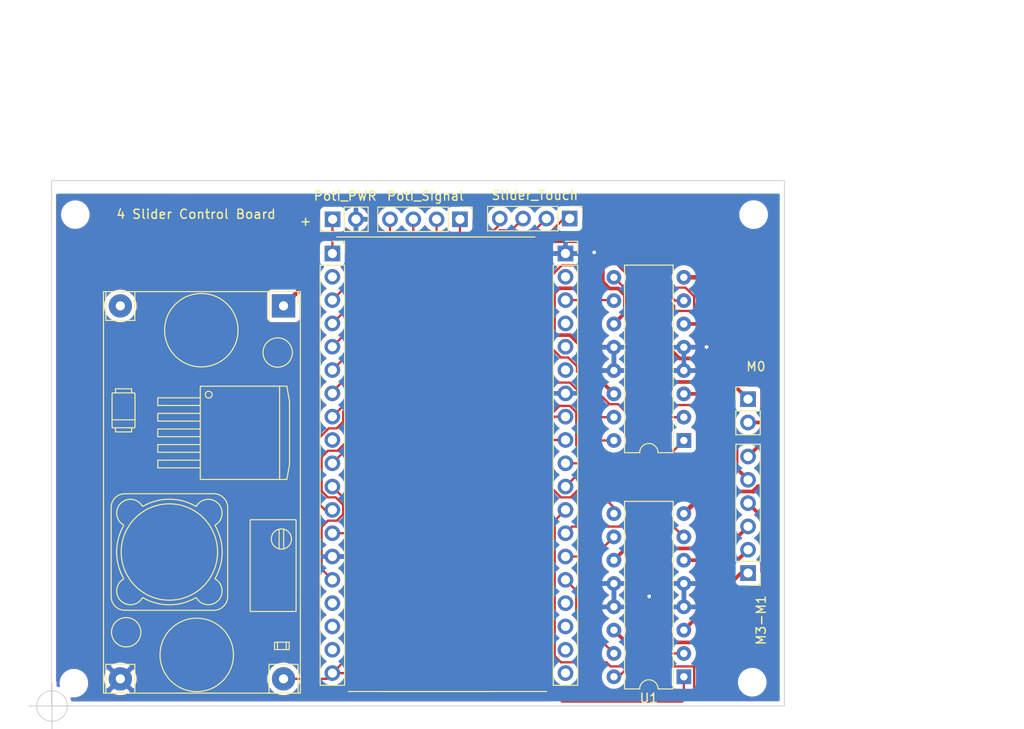
<source format=kicad_pcb>
(kicad_pcb (version 20211014) (generator pcbnew)
  (title_block (title "Slider") (rev "1.0"))
  (layers (0 "F.Cu" signal) (31 "B.Cu" signal) (34 "B.Paste" user) (35 "F.Paste" user) (36 "B.SilkS" user "B.Silkscreen") (37 "F.SilkS" user "F.Silkscreen") (38 "B.Mask" user) (39 "F.Mask" user) (44 "Edge.Cuts" user))
  (net 0 "")
  (net 1 "VCC")
  (net 2 "GND")
  (net 3 "Net-(J2-Pad1)")
  (net 4 "Net-(J2-Pad2)")
  (net 5 "Net-(J2-Pad3)")
  (net 6 "Net-(J2-Pad4)")
  (net 7 "Net-(J3-Pad1)")
  (net 8 "Net-(J3-Pad2)")
  (net 9 "Net-(J3-Pad3)")
  (net 10 "Net-(J3-Pad4)")
  (net 11 "Net-(J3-Pad5)")
  (net 12 "Net-(J3-Pad6)")
  (net 13 "Net-(J4-Pad1)")
  (net 14 "Net-(J4-Pad2)")
  (net 15 "VCCQ")
  (net 16 "/VCCM")
  (net 18 "Net-(U2-Pad13)")
  (net 19 "Net-(U2-Pad14)")
  (net 31 "Net-(U2-Pad33)")
  (net 33 "Net-(U3-PadEN1,2)")
  (net 34 "Net-(U3-PadI4)")
  (net 35 "Net-(U1-PadEN1,2)")
  (net 36 "Net-(U1-PadI1)")
  (net 37 "Net-(U1-PadI2)")
  (net 38 "Net-(U1-PadEN3,4)")
  (net 39 "Net-(U1-PadI3)")
  (net 40 "Net-(U1-PadI4)")
  (net 41 "Net-(U3-PadEN3,4)")
  (net 42 "Net-(U3-PadI1)")
  (net 43 "Net-(U2-Pad22)")
  (net 44 "Net-(U3-PadI2)")
  (net 45 "Net-(U2-Pad32)")
  (footprint "Connector_PinHeader_2.54mm:PinHeader_1x02_P2.54mm_Vertical" (layer "F.Cu") (at 102.616 119.375)
    (fp_text reference " " (at -2.29 0.695 90) (layer "F.SilkS"))
    (fp_text value "Motor4Out")
    (fp_line (start 1.33 1.27) (end 1.33 3.87) (layer "F.SilkS") (width 0.12))
    (fp_line (start -1.33 3.87) (end 1.33 3.87) (layer "F.SilkS") (width 0.12))
    (fp_line (start -1.33 -1.33) (end 0 -1.33) (layer "F.SilkS") (width 0.12))
    (fp_line (start -1.33 1.27) (end 1.33 1.27) (layer "F.SilkS") (width 0.12))
    (fp_line (start -1.33 1.27) (end -1.33 3.87) (layer "F.SilkS") (width 0.12))
    (fp_line (start -1.33 0) (end -1.33 -1.33) (layer "F.SilkS") (width 0.12))
    (pad "1" thru_hole rect (at 0 0) (size 1.7 1.7) (drill 1) (layers *.Cu *.Mask) (net 13 "Net-(J4-Pad1)"))
    (pad "2" thru_hole oval (at 0 2.54) (size 1.7 1.7) (drill 1) (layers *.Cu *.Mask) (net 14 "Net-(J4-Pad2)"))
  )
  (footprint "MountingHole:MountingHole_2.1mm" (layer "F.Cu") (at 103.2256 99.2632 180)
    (fp_text reference " " (at 0 -3.2) (layer "F.SilkS"))
    (fp_text value "MountingHole_2.1mm")
    (pad "" np_thru_hole circle (at 0 0 180) (size 2.1 2.1) (drill 2.1) (layers *.Cu *.Mask))
  )
  (footprint "Connector_PinHeader_2.54mm:PinHeader_1x02_P2.54mm_Vertical" (layer "F.Cu") (at 57.3532 99.7712 90)
    (fp_text reference " " (at -0.5 1.795) (layer "F.SilkS"))
    (fp_text value "FaderPWR")
    (fp_line (start -1.33 1.27) (end 1.33 1.27) (layer "F.SilkS") (width 0.12))
    (fp_line (start -1.33 -1.33) (end 0 -1.33) (layer "F.SilkS") (width 0.12))
    (fp_line (start 1.33 1.27) (end 1.33 3.87) (layer "F.SilkS") (width 0.12))
    (fp_line (start -1.33 1.27) (end -1.33 3.87) (layer "F.SilkS") (width 0.12))
    (fp_line (start -1.33 0) (end -1.33 -1.33) (layer "F.SilkS") (width 0.12))
    (fp_line (start -1.33 3.87) (end 1.33 3.87) (layer "F.SilkS") (width 0.12))
    (pad "1" thru_hole rect (at 0 0 90) (size 1.7 1.7) (drill 1) (layers *.Cu *.Mask) (net 1 "VCC"))
    (pad "2" thru_hole oval (at 0 2.54 90) (size 1.7 1.7) (drill 1) (layers *.Cu *.Mask) (net 2 "GND"))
  )
  (footprint "Connector_PinHeader_2.54mm:PinHeader_1x06_P2.54mm_Vertical" (layer "F.Cu") (at 102.62 138.32 180)
    (fp_text reference " " (at -2.29 6.475 270) (layer "F.SilkS"))
    (fp_text value "Motor13Out")
    (fp_line (start -1.33 1.27) (end -1.33 14.03) (layer "F.SilkS") (width 0.12))
    (fp_line (start -1.33 0) (end -1.33 -1.33) (layer "F.SilkS") (width 0.12))
    (fp_line (start 1.33 1.27) (end 1.33 14.03) (layer "F.SilkS") (width 0.12))
    (fp_line (start -1.33 1.27) (end 1.33 1.27) (layer "F.SilkS") (width 0.12))
    (fp_line (start -1.33 -1.33) (end 0 -1.33) (layer "F.SilkS") (width 0.12))
    (fp_line (start -1.33 14.03) (end 1.33 14.03) (layer "F.SilkS") (width 0.12))
    (pad "1" thru_hole rect (at 0 0 180) (size 1.7 1.7) (drill 1) (layers *.Cu *.Mask) (net 7 "Net-(J3-Pad1)"))
    (pad "2" thru_hole oval (at 0 2.54 180) (size 1.7 1.7) (drill 1) (layers *.Cu *.Mask) (net 8 "Net-(J3-Pad2)"))
    (pad "3" thru_hole oval (at 0 5.08 180) (size 1.7 1.7) (drill 1) (layers *.Cu *.Mask) (net 9 "Net-(J3-Pad3)"))
    (pad "4" thru_hole oval (at 0 7.62 180) (size 1.7 1.7) (drill 1) (layers *.Cu *.Mask) (net 10 "Net-(J3-Pad4)"))
    (pad "5" thru_hole oval (at 0 10.16 180) (size 1.7 1.7) (drill 1) (layers *.Cu *.Mask) (net 11 "Net-(J3-Pad5)"))
    (pad "6" thru_hole oval (at 0 12.7 180) (size 1.7 1.7) (drill 1) (layers *.Cu *.Mask) (net 12 "Net-(J3-Pad6)"))
  )
  (footprint "Package_DIP:DIP-16_W7.62mm" (layer "F.Cu") (at 95.62 123.875 180)
    (fp_text reference " " (at 3.81 20.185) (layer "F.SilkS"))
    (fp_text value "MC34")
    (fp_line (start 2.81 -1.33) (end 1.16 -1.33) (layer "F.SilkS") (width 0.12))
    (fp_line (start 1.16 19.11) (end 6.46 19.11) (layer "F.SilkS") (width 0.12))
    (fp_line (start 6.46 -1.33) (end 4.81 -1.33) (layer "F.SilkS") (width 0.12))
    (fp_line (start 1.16 -1.33) (end 1.16 19.11) (layer "F.SilkS") (width 0.12))
    (fp_line (start 6.46 19.11) (end 6.46 -1.33) (layer "F.SilkS") (width 0.12))
    (fp_arc (start 4.81 -1.33) (mid 3.81 -0.33) (end 2.81 -1.33) (layer "F.SilkS") (width 0.12))
    (pad "8" thru_hole oval (at 0 17.78 180) (size 1.6 1.6) (drill 0.8) (layers *.Cu *.Mask) (net 16 "/VCCM"))
    (pad "16" thru_hole oval (at 7.62 0 180) (size 1.6 1.6) (drill 0.8) (layers *.Cu *.Mask) (net 15 "VCCQ"))
    (pad "EN1,2" thru_hole rect (at 0 0 180) (size 1.6 1.6) (drill 0.8) (layers *.Cu *.Mask) (net 33 "Net-(U3-PadEN1,2)"))
    (pad "EN3,4" thru_hole oval (at 7.62 17.78 180) (size 1.6 1.6) (drill 0.8) (layers *.Cu *.Mask) (net 41 "Net-(U3-PadEN3,4)"))
    (pad "GND" thru_hole oval (at 0 10.16 180) (size 1.6 1.6) (drill 0.8) (layers *.Cu *.Mask) (net 2 "GND"))
    (pad "GND" thru_hole oval (at 7.62 7.62 180) (size 1.6 1.6) (drill 0.8) (layers *.Cu *.Mask) (net 2 "GND"))
    (pad "GND" thru_hole oval (at 7.62 10.16 180) (size 1.6 1.6) (drill 0.8) (layers *.Cu *.Mask) (net 2 "GND"))
    (pad "GND" thru_hole oval (at 0 7.62 180) (size 1.6 1.6) (drill 0.8) (layers *.Cu *.Mask) (net 2 "GND"))
    (pad "I1" thru_hole oval (at 0 2.54 180) (size 1.6 1.6) (drill 0.8) (layers *.Cu *.Mask) (net 42 "Net-(U3-PadI1)"))
    (pad "I2" thru_hole oval (at 0 15.24 180) (size 1.6 1.6) (drill 0.8) (layers *.Cu *.Mask) (net 44 "Net-(U3-PadI2)"))
    (pad "I3" thru_hole oval (at 7.62 15.24 180) (size 1.6 1.6) (drill 0.8) (layers *.Cu *.Mask) (net 43 "Net-(U2-Pad22)"))
    (pad "I4" thru_hole oval (at 7.62 2.54 180) (size 1.6 1.6) (drill 0.8) (layers *.Cu *.Mask) (net 34 "Net-(U3-PadI4)"))
    (pad "O1" thru_hole oval (at 0 5.08 180) (size 1.6 1.6) (drill 0.8) (layers *.Cu *.Mask) (net 11 "Net-(J3-Pad5)"))
    (pad "O2" thru_hole oval (at 0 12.7 180) (size 1.6 1.6) (drill 0.8) (layers *.Cu *.Mask) (net 12 "Net-(J3-Pad6)"))
    (pad "O3" thru_hole oval (at 7.62 12.7 180) (size 1.6 1.6) (drill 0.8) (layers *.Cu *.Mask) (net 13 "Net-(J4-Pad1)"))
    (pad "O4" thru_hole oval (at 7.62 5.08 180) (size 1.6 1.6) (drill 0.8) (layers *.Cu *.Mask) (net 14 "Net-(J4-Pad2)"))
  )
  (footprint "Library:ESP32" (layer "F.Cu") (at 70.025 100.96)
    (fp_text reference " " (at 14.71 1.24) (layer "F.SilkS"))
    (fp_text value "esp32_38_pins-custom_library")
    (fp_line (start 14.03 1.21) (end 14.03 2.54) (layer "F.SilkS") (width 0.12))
    (fp_line (start 11.37 3.81) (end 11.37 49.59) (layer "F.SilkS") (width 0.12))
    (fp_line (start -11.37 3.81) (end -11.37 49.59) (layer "F.SilkS") (width 0.12))
    (fp_line (start -12.7 1.21) (end -11.37 1.21) (layer "F.SilkS") (width 0.12))
    (fp_line (start -7.14 50.27) (end 10.64 50.27) (layer "F.SilkS") (width 0.12))
    (fp_line (start 4.29 0.74) (end -12.22 0.74) (layer "F.SilkS") (width 0.12))
    (fp_line (start 11.37 49.59) (end 14.03 49.59) (layer "F.SilkS") (width 0.12))
    (fp_line (start -14.03 49.59) (end -11.37 49.59) (layer "F.SilkS") (width 0.12))
    (fp_line (start 4.29 50.27) (end -10.95 50.27) (layer "F.SilkS") (width 0.12))
    (fp_line (start 11.37 3.81) (end 14.03 3.81) (layer "F.SilkS") (width 0.12))
    (fp_line (start -11.37 1.21) (end -11.37 2.54) (layer "F.SilkS") (width 0.12))
    (fp_line (start 14.03 3.81) (end 14.03 49.59) (layer "F.SilkS") (width 0.12))
    (fp_line (start 12.7 1.21) (end 14.03 1.21) (layer "F.SilkS") (width 0.12))
    (fp_line (start -14.03 3.81) (end -14.03 49.59) (layer "F.SilkS") (width 0.12))
    (fp_line (start -7.14 0.74) (end 9.37 0.74) (layer "F.SilkS") (width 0.12))
    (fp_line (start -14.03 3.81) (end -11.37 3.81) (layer "F.SilkS") (width 0.12))
    (pad "0" thru_hole oval (at 12.7 35.56) (size 1.7 1.7) (drill 1) (layers *.Cu *.Mask) (net 39 "Net-(U1-PadI3)"))
    (pad "2" thru_hole oval (at 12.7 38.1) (size 1.7 1.7) (drill 1) (layers *.Cu *.Mask) (net 40 "Net-(U1-PadI4)"))
    (pad "3v3" thru_hole rect (at -12.7 2.54) (size 1.7 1.7) (drill 1) (layers *.Cu *.Mask) (net 1 "VCC"))
    (pad "4" thru_hole oval (at 12.7 33.02) (size 1.7 1.7) (drill 1) (layers *.Cu *.Mask) (net 37 "Net-(U1-PadI2)"))
    (pad "5" thru_hole oval (at 12.7 25.4) (size 1.7 1.7) (drill 1) (layers *.Cu *.Mask) (net 33 "Net-(U3-PadEN1,2)"))
    (pad "12" thru_hole oval (at -12.7 33.02) (size 1.7 1.7) (drill 1) (layers *.Cu *.Mask) (net 34 "Net-(U3-PadI4)"))
    (pad "13" thru_hole oval (at -12.7 38.1) (size 1.7 1.7) (drill 1) (layers *.Cu *.Mask) (net 18 "Net-(U2-Pad13)"))
    (pad "14" thru_hole oval (at -12.7 30.48) (size 1.7 1.7) (drill 1) (layers *.Cu *.Mask) (net 19 "Net-(U2-Pad14)"))
    (pad "15" thru_hole oval (at 12.7 40.64) (size 1.7 1.7) (drill 1) (layers *.Cu *.Mask))
    (pad "16" thru_hole oval (at 12.7 30.48) (size 1.7 1.7) (drill 1) (layers *.Cu *.Mask) (net 36 "Net-(U1-PadI1)"))
    (pad "17" thru_hole oval (at 12.7 27.94) (size 1.7 1.7) (drill 1) (layers *.Cu *.Mask) (net 41 "Net-(U3-PadEN3,4)"))
    (pad "18" thru_hole oval (at 12.7 22.86) (size 1.7 1.7) (drill 1) (layers *.Cu *.Mask) (net 38 "Net-(U1-PadEN3,4)"))
    (pad "19" thru_hole oval (at 12.7 20.32) (size 1.7 1.7) (drill 1) (layers *.Cu *.Mask) (net 35 "Net-(U1-PadEN1,2)"))
    (pad "21" thru_hole oval (at 12.7 15.24) (size 1.7 1.7) (drill 1) (layers *.Cu *.Mask))
    (pad "22" thru_hole oval (at 12.7 7.62) (size 1.7 1.7) (drill 1) (layers *.Cu *.Mask) (net 43 "Net-(U2-Pad22)"))
    (pad "23" thru_hole oval (at 12.7 5.08) (size 1.7 1.7) (drill 1) (layers *.Cu *.Mask))
    (pad "25" thru_hole oval (at -12.7 22.86) (size 1.7 1.7) (drill 1) (layers *.Cu *.Mask))
    (pad "26" thru_hole oval (at -12.7 25.4) (size 1.7 1.7) (drill 1) (layers *.Cu *.Mask) (net 42 "Net-(U3-PadI1)"))
    (pad "27" thru_hole oval (at -12.7 27.94) (size 1.7 1.7) (drill 1) (layers *.Cu *.Mask) (net 44 "Net-(U3-PadI2)"))
    (pad "32" thru_hole oval (at -12.7 17.78) (size 1.7 1.7) (drill 1) (layers *.Cu *.Mask) (net 45 "Net-(U2-Pad32)"))
    (pad "33" thru_hole oval (at -12.7 20.32) (size 1.7 1.7) (drill 1) (layers *.Cu *.Mask) (net 31 "Net-(U2-Pad33)"))
    (pad "34" thru_hole oval (at -12.7 12.7) (size 1.7 1.7) (drill 1) (layers *.Cu *.Mask) (net 4 "Net-(J2-Pad2)"))
    (pad "35" thru_hole oval (at -12.7 15.24) (size 1.7 1.7) (drill 1) (layers *.Cu *.Mask) (net 3 "Net-(J2-Pad1)"))
    (pad "CLK" thru_hole oval (at 12.7 48.26) (size 1.7 1.7) (drill 1) (layers *.Cu *.Mask))
    (pad "CMD" thru_hole oval (at -12.7 45.72) (size 1.7 1.7) (drill 1) (layers *.Cu *.Mask))
    (pad "EN" thru_hole oval (at -12.7 5.08) (size 1.7 1.7) (drill 1) (layers *.Cu *.Mask))
    (pad "GND" thru_hole oval (at 12.7 17.78) (size 1.7 1.7) (drill 1) (layers *.Cu *.Mask) (net 2 "GND"))
    (pad "GND" thru_hole oval (at -12.7 35.56) (size 1.7 1.7) (drill 1) (layers *.Cu *.Mask) (net 2 "GND"))
    (pad "GND" thru_hole rect (at 12.7 2.54) (size 1.7 1.7) (drill 1) (layers *.Cu *.Mask) (net 2 "GND"))
    (pad "RXD" thru_hole oval (at 12.7 12.7) (size 1.7 1.7) (drill 1) (layers *.Cu *.Mask))
    (pad "SD0" thru_hole oval (at 12.7 45.72) (size 1.7 1.7) (drill 1) (layers *.Cu *.Mask))
    (pad "SD1" thru_hole oval (at 12.7 43.18) (size 1.7 1.7) (drill 1) (layers *.Cu *.Mask))
    (pad "SD2" thru_hole oval (at -12.7 40.64) (size 1.7 1.7) (drill 1) (layers *.Cu *.Mask))
    (pad "SD3" thru_hole oval (at -12.7 43.18) (size 1.7 1.7) (drill 1) (layers *.Cu *.Mask))
    (pad "SN" thru_hole oval (at -12.7 10.16) (size 1.7 1.7) (drill 1) (layers *.Cu *.Mask) (net 5 "Net-(J2-Pad3)"))
    (pad "SP" thru_hole oval (at -12.7 7.62) (size 1.7 1.7) (drill 1) (layers *.Cu *.Mask) (net 6 "Net-(J2-Pad4)"))
    (pad "TXD" thru_hole oval (at 12.7 10.16) (size 1.7 1.7) (drill 1) (layers *.Cu *.Mask))
    (pad "V5" thru_hole oval (at -12.7 48.26) (size 1.7 1.7) (drill 1) (layers *.Cu *.Mask) (net 15 "VCCQ"))
  )
  (footprint "Connector_PinHeader_2.54mm:PinHeader_1x04_P2.54mm_Vertical" (layer "F.Cu") (at 83.185 99.695 -90)
    (fp_text reference " " (at 0 -2.33 90) (layer "F.SilkS"))
    (fp_text value "FaderTouch")
    (fp_line (start -1.33 1.27) (end -1.33 8.95) (layer "F.SilkS") (width 0.12))
    (fp_line (start -1.33 0) (end -1.33 -1.33) (layer "F.SilkS") (width 0.12))
    (fp_line (start -1.33 8.95) (end 1.33 8.95) (layer "F.SilkS") (width 0.12))
    (fp_line (start 1.33 1.27) (end 1.33 8.95) (layer "F.SilkS") (width 0.12))
    (fp_line (start -1.33 1.27) (end 1.33 1.27) (layer "F.SilkS") (width 0.12))
    (fp_line (start -1.33 -1.33) (end 0 -1.33) (layer "F.SilkS") (width 0.12))
    (pad "1" thru_hole rect (at 0 0 270) (size 1.7 1.7) (drill 1) (layers *.Cu *.Mask) (net 18 "Net-(U2-Pad13)"))
    (pad "2" thru_hole oval (at 0 2.54 270) (size 1.7 1.7) (drill 1) (layers *.Cu *.Mask) (net 19 "Net-(U2-Pad14)"))
    (pad "3" thru_hole oval (at 0 5.08 270) (size 1.7 1.7) (drill 1) (layers *.Cu *.Mask) (net 31 "Net-(U2-Pad33)"))
    (pad "4" thru_hole oval (at 0 7.62 270) (size 1.7 1.7) (drill 1) (layers *.Cu *.Mask) (net 45 "Net-(U2-Pad32)"))
  )
  (footprint "Connector_PinHeader_2.54mm:PinHeader_1x04_P2.54mm_Vertical" (layer "F.Cu") (at 71.2216 99.7712 -90)
    (fp_text reference " " (at -0.2288 -4.5904) (layer "F.SilkS"))
    (fp_text value "FaderSignal")
    (fp_line (start 1.33 1.27) (end 1.33 8.95) (layer "F.SilkS") (width 0.12))
    (fp_line (start -1.33 8.95) (end 1.33 8.95) (layer "F.SilkS") (width 0.12))
    (fp_line (start -1.33 0) (end -1.33 -1.33) (layer "F.SilkS") (width 0.12))
    (fp_line (start -1.33 1.27) (end 1.33 1.27) (layer "F.SilkS") (width 0.12))
    (fp_line (start -1.33 -1.33) (end 0 -1.33) (layer "F.SilkS") (width 0.12))
    (fp_line (start -1.33 1.27) (end -1.33 8.95) (layer "F.SilkS") (width 0.12))
    (pad "1" thru_hole rect (at 0 0 270) (size 1.7 1.7) (drill 1) (layers *.Cu *.Mask) (net 3 "Net-(J2-Pad1)"))
    (pad "2" thru_hole oval (at 0 2.54 270) (size 1.7 1.7) (drill 1) (layers *.Cu *.Mask) (net 4 "Net-(J2-Pad2)"))
    (pad "3" thru_hole oval (at 0 5.08 270) (size 1.7 1.7) (drill 1) (layers *.Cu *.Mask) (net 5 "Net-(J2-Pad3)"))
    (pad "4" thru_hole oval (at 0 7.62 270) (size 1.7 1.7) (drill 1) (layers *.Cu *.Mask) (net 6 "Net-(J2-Pad4)"))
  )
  (footprint "MountingHole:MountingHole_2.1mm" (layer "F.Cu") (at 103.0732 150.2156)
    (fp_text reference " " (at 0 -3.2) (layer "F.SilkS"))
    (fp_text value "MountingHole_2.1mm")
    (pad "" np_thru_hole circle (at 0 0) (size 2.1 2.1) (drill 2.1) (layers *.Cu *.Mask))
  )
  (footprint "MountingHole:MountingHole_2.1mm" (layer "F.Cu") (at 29.1592 150.3172)
    (fp_text reference " " (at 0 -3.2) (layer "F.SilkS"))
    (fp_text value "MountingHole_2.1mm")
    (pad "" np_thru_hole circle (at 0 0) (size 2.1 2.1) (drill 2.1) (layers *.Cu *.Mask))
  )
  (footprint "buckconv:YAAJ_DCDC_StepDown_LM2596" (layer "F.Cu") (at 52 109.21 -90)
    (fp_text reference " " (at 21.59 -3.81 90) (layer "F.SilkS"))
    (fp_text value "YAAJ_DCDC_StepDown_LM2596")
    (fp_line (start 12.550233 13.69667) (end 12.550233 9.06667) (layer "F.SilkS") (width 0.12))
    (fp_line (start 13.281636 16.283217) (end 13.281636 18.583217) (layer "F.SilkS") (width 0.12))
    (fp_line (start 13.731636 18.308217) (end 13.281636 18.308217) (layer "F.SilkS") (width 0.12))
    (fp_line (start -1.55 19.36) (end 1.58 19.36) (layer "F.SilkS") (width 0.12))
    (fp_line (start 10.850233 13.69667) (end 10.850233 9.06667) (layer "F.SilkS") (width 0.12))
    (fp_line (start -1.55 16.2) (end 1.58 16.2) (layer "F.SilkS") (width 0.12))
    (fp_line (start -1.555 19.615) (end 42.195 19.615) (layer "F.SilkS") (width 0.12))
    (fp_line (start 33.167397 17.285796) (end 33.167397 7.585796) (layer "F.SilkS") (width 0.12))
    (fp_line (start 13.281636 16.558217) (end 13.731636 16.558217) (layer "F.SilkS") (width 0.12))
    (fp_line (start 13.410233 13.69667) (end 14.250233 13.69667) (layer "F.SilkS") (width 0.12))
    (fp_line (start 9.481636 18.308217) (end 9.031636 18.308217) (layer "F.SilkS") (width 0.12))
    (fp_line (start 13.731636 16.558217) (end 13.731636 18.308217) (layer "F.SilkS") (width 0.12))
    (fp_line (start 23.299783 3.582294) (end 23.299783 -1.317705) (layer "F.SilkS") (width 0.12))
    (fp_line (start 39.06 1.58) (end 39.06 -1.58) (layer "F.SilkS") (width 0.12))
    (fp_line (start 24.360553 0.482294) (end 26.439014 0.482294) (layer "F.SilkS") (width 0.12))
    (fp_line (start 9.481636 18.583217) (end 9.481636 16.283217) (layer "F.SilkS") (width 0.12))
    (fp_line (start 31.942312 -1.368705) (end 31.908357 -1.368705) (layer "F.SilkS") (width 0.12))
    (fp_line (start 39.06 19.36) (end 39.06 16.2) (layer "F.SilkS") (width 0.12))
    (fp_line (start 11.710233 13.69667) (end 11.710233 9.06667) (layer "F.SilkS") (width 0.12))
    (fp_line (start 42.195 19.615) (end 42.195 -1.835) (layer "F.SilkS") (width 0.12))
    (fp_line (start 18.910233 0.42667) (end 8.750233 0.42667) (layer "F.SilkS") (width 0.12))
    (fp_line (start 9.031636 18.308217) (end 9.031636 16.558217) (layer "F.SilkS") (width 0.12))
    (fp_line (start 37.448681 -0.619704) (end 37.448681 0.980295) (layer "F.SilkS") (width 0.12))
    (fp_line (start 9.031636 16.558217) (end 9.481636 16.558217) (layer "F.SilkS") (width 0.12))
    (fp_line (start 1.58 1.27) (end 1.58 1.58) (layer "F.SilkS") (width 0.12))
    (fp_line (start 13.410233 13.69667) (end 13.410233 9.06667) (layer "F.SilkS") (width 0.12))
    (fp_line (start 36.648681 -0.299704) (end 37.448681 -0.299704) (layer "F.SilkS") (width 0.12))
    (fp_line (start 14.250233 13.69667) (end 14.250233 9.06667) (layer "F.SilkS") (width 0.12))
    (fp_line (start 20.467397 7.585796) (end 20.467397 17.285796) (layer "F.SilkS") (width 0.12))
    (fp_line (start 39.06 19.36) (end 42.175 19.36) (layer "F.SilkS") (width 0.12))
    (fp_line (start -1.555 -1.835) (end -1.555 19.615) (layer "F.SilkS") (width 0.12))
    (fp_line (start 10.010233 13.69667) (end 10.010233 9.06667) (layer "F.SilkS") (width 0.12))
    (fp_line (start 17.650233 13.69667) (end 17.650233 9.06667) (layer "F.SilkS") (width 0.12))
    (fp_line (start 21.967397 18.785796) (end 31.667397 18.785796) (layer "F.SilkS") (width 0.12))
    (fp_line (start 16.810233 13.69667) (end 16.810233 9.06667) (layer "F.SilkS") (width 0.12))
    (fp_line (start 31.667397 6.085796) (end 21.967397 6.085796) (layer "F.SilkS") (width 0.12))
    (fp_line (start 17.260233 -0.653329) (end 18.910233 -0.36239) (layer "F.SilkS") (width 0.12))
    (fp_line (start 8.750233 8.989106) (end 8.827797 9.06667) (layer "F.SilkS") (width 0.12))
    (fp_line (start 12.411358 16.283217) (end 12.411358 18.583217) (layer "F.SilkS") (width 0.12))
    (fp_line (start 31.858978 -1.368705) (end 31.814106 -1.368705) (layer "F.SilkS") (width 0.12))
    (fp_line (start 10.010233 13.69667) (end 10.850233 13.69667) (layer "F.SilkS") (width 0.12))
    (fp_line (start 11.710233 13.69667) (end 12.550233 13.69667) (layer "F.SilkS") (width 0.12))
    (fp_line (start 10.400233 -0.653329) (end 17.260233 -0.653329) (layer "F.SilkS") (width 0.12))
    (fp_line (start 24.348594 0.007294) (end 24.355764 -0.023925) (layer "F.SilkS") (width 0.12))
    (fp_line (start 36.648681 0.980295) (end 36.648681 -0.619704) (layer "F.SilkS") (width 0.12))
    (fp_line (start 18.83267 9.06667) (end 18.910233 8.989106) (layer "F.SilkS") (width 0.12))
    (fp_line (start 39.06 -1.58) (end 42.175 -1.58) (layer "F.SilkS") (width 0.12))
    (fp_line (start 23.349783 -1.367705) (end 33.249783 -1.367705) (layer "F.SilkS") (width 0.12))
    (fp_line (start 37.448681 0.980295) (end 36.648681 0.980295) (layer "F.SilkS") (width 0.12))
    (fp_line (start 33.249783 3.632294) (end 23.349783 3.632294) (layer "F.SilkS") (width 0.12))
    (fp_line (start 8.750233 -0.36239) (end 10.400233 -0.653329) (layer "F.SilkS") (width 0.12))
    (fp_line (start -1.55 1.575) (end 1.58 1.58) (layer "F.SilkS") (width 0.12))
    (fp_line (start 8.749233 1.004149) (end 8.749233 1.165687) (layer "F.SilkS") (width 0.12))
    (fp_line (start 15.110233 13.69667) (end 15.110233 9.06667) (layer "F.SilkS") (width 0.12))
    (fp_line (start 9.581636 16.183217) (end 13.181636 16.183217) (layer "F.SilkS") (width 0.12))
    (fp_line (start 42.195 -1.835) (end -1.555 -1.835) (layer "F.SilkS") (width 0.12))
    (fp_line (start 15.110233 13.69667) (end 15.950233 13.69667) (layer "F.SilkS") (width 0.12))
    (fp_line (start 24.348594 0.007294) (end 24.324147 0.002062) (layer "F.SilkS") (width 0.12))
    (fp_line (start 13.282636 16.794696) (end 13.282636 16.700144) (layer "F.SilkS") (width 0.12))
    (fp_line (start 39.06 1.58) (end 42.22 1.58) (layer "F.SilkS") (width 0.12))
    (fp_line (start 1.58 16.2) (end 1.58 19.36) (layer "F.SilkS") (width 0.12))
    (fp_line (start 26.439014 -0.017705) (end 24.360553 -0.017705) (layer "F.SilkS") (width 0.12))
    (fp_line (start 37.448681 0.660295) (end 36.648681 0.660295) (layer "F.SilkS") (width 0.12))
    (fp_line (start 24.348594 0.007294) (end 24.360553 -0.017705) (layer "F.SilkS") (width 0.12))
    (fp_line (start 39.06 16.2) (end 42.175 16.2) (layer "F.SilkS") (width 0.12))
    (fp_line (start 8.827797 9.06667) (end 18.83267 9.06667) (layer "F.SilkS") (width 0.12))
    (fp_line (start 37.448681 -0.619704) (end 36.648681 -0.619704) (layer "F.SilkS") (width 0.12))
    (fp_line (start 16.810233 13.69667) (end 17.650233 13.69667) (layer "F.SilkS") (width 0.12))
    (fp_line (start 18.910233 8.989106) (end 18.910233 -0.36239) (layer "F.SilkS") (width 0.12))
    (fp_line (start 33.299783 -1.317705) (end 33.299783 3.582294) (layer "F.SilkS") (width 0.12))
    (fp_line (start -1.55 -1.58) (end -0.25 -1.58) (layer "F.SilkS") (width 0.12))
    (fp_line (start 15.950233 13.69667) (end 15.950233 9.06667) (layer "F.SilkS") (width 0.12))
    (fp_line (start 24.336385 -0.0491) (end 24.360553 -0.017705) (layer "F.SilkS") (width 0.12))
    (fp_line (start 13.181636 18.683217) (end 9.581636 18.683217) (layer "F.SilkS") (width 0.12))
    (fp_line (start 8.750233 8.989106) (end 8.750233 -0.36239) (layer "F.SilkS") (width 0.12))
    (fp_arc (start 23.847611 17.472062) (mid 21.514153 17.739048) (end 21.781132 15.405582) (layer "F.SilkS") (width 0.12))
    (fp_arc (start 13.181636 16.183217) (mid 13.252317 16.21252) (end 13.281636 16.283217) (layer "F.SilkS") (width 0.12))
    (fp_arc (start 21.781132 9.466011) (mid 21.514101 7.132501) (end 23.847611 7.399531) (layer "F.SilkS") (width 0.12))
    (fp_arc (start 23.981784 7.433617) (mid 26.817398 6.685796) (end 29.653011 7.433617) (layer "F.SilkS") (width 0.12))
    (fp_arc (start 9.581636 18.683217) (mid 9.510896 18.653941) (end 9.481636 18.583217) (layer "F.SilkS") (width 0.12))
    (fp_arc (start 21.815218 15.27141) (mid 21.067399 12.435797) (end 21.815218 9.600183) (layer "F.SilkS") (width 0.12))
    (fp_arc (start 21.967397 18.785796) (mid 20.90674 18.346455) (end 20.467397 17.285796) (layer "F.SilkS") (width 0.12))
    (fp_arc (start 31.819577 9.600184) (mid 31.809685 9.526255) (end 31.853662 9.466011) (layer "F.SilkS") (width 0.12))
    (fp_arc (start 21.815217 15.271409) (mid 21.825126 15.345337) (end 21.781132 15.405582) (layer "F.SilkS") (width 0.12))
    (fp_arc (start 23.349783 3.632294) (mid 23.314441 3.617643) (end 23.299783 3.582294) (layer "F.SilkS") (width 0.12))
    (fp_arc (start 23.981783 7.433617) (mid 23.907854 7.443509) (end 23.847611 7.399531) (layer "F.SilkS") (width 0.12))
    (fp_arc (start 33.167397 17.285796) (mid 32.728058 18.346458) (end 31.667397 18.785796) (layer "F.SilkS") (width 0.12))
    (fp_arc (start 31.853663 15.405583) (mid 31.809646 15.345344) (end 31.819576 15.27141) (layer "F.SilkS") (width 0.12))
    (fp_arc (start 23.299783 -1.317705) (mid 23.314428 -1.353063) (end 23.349783 -1.367705) (layer "F.SilkS") (width 0.12))
    (fp_arc (start 33.299783 3.582294) (mid 33.285139 3.617647) (end 33.249783 3.632294) (layer "F.SilkS") (width 0.12))
    (fp_arc (start 33.249783 -1.367705) (mid 33.285151 -1.353067) (end 33.299783 -1.317705) (layer "F.SilkS") (width 0.12))
    (fp_arc (start 31.667397 6.085796) (mid 32.728061 6.525135) (end 33.167397 7.585796) (layer "F.SilkS") (width 0.12))
    (fp_arc (start 23.847611 17.472062) (mid 23.90785 17.428041) (end 23.981783 17.437976) (layer "F.SilkS") (width 0.12))
    (fp_arc (start 29.787183 7.399531) (mid 29.726945 7.443551) (end 29.653011 7.433617) (layer "F.SilkS") (width 0.12))
    (fp_arc (start 31.819576 9.600183) (mid 32.567399 12.435797) (end 31.819576 15.27141) (layer "F.SilkS") (width 0.12))
    (fp_arc (start 29.653011 17.437976) (mid 29.726938 17.428069) (end 29.787183 17.472062) (layer "F.SilkS") (width 0.12))
    (fp_arc (start 13.281636 18.583217) (mid 13.252343 18.653929) (end 13.181636 18.683217) (layer "F.SilkS") (width 0.12))
    (fp_arc (start 21.781131 9.46601) (mid 21.825179 9.52623) (end 21.815218 9.600183) (layer "F.SilkS") (width 0.12))
    (fp_arc (start 9.481636 16.283217) (mid 9.510921 16.212508) (end 9.581636 16.183217) (layer "F.SilkS") (width 0.12))
    (fp_arc (start 20.467397 7.585796) (mid 20.906738 6.525137) (end 21.967397 6.085796) (layer "F.SilkS") (width 0.12))
    (fp_arc (start 31.853662 15.405582) (mid 32.120701 17.739101) (end 29.787183 17.472062) (layer "F.SilkS") (width 0.12))
    (fp_arc (start 29.787183 7.399531) (mid 32.120655 7.132547) (end 31.853662 9.466011) (layer "F.SilkS") (width 0.12))
    (fp_arc (start 29.653011 17.437976) (mid 26.817397 18.185797) (end 23.981783 17.437976) (layer "F.SilkS") (width 0.12))
    (fp_arc (start 24.324148 0.462527) (mid 26.469639 -0.023582) (end 24.336385 0.51369) (layer "F.SilkS") (width 0.12))
    (fp_circle (center 26.817397 12.435796) (end 32.067397 12.435796) (layer "F.SilkS") (width 0.12) (fill none))
    (fp_circle (center 2.646666 8.957418) (end 6.646666 8.957418) (layer "F.SilkS") (width 0.12) (fill none))
    (fp_circle (center 9.673179 8.154594) (end 10.048179 8.154594) (layer "F.SilkS") (width 0.12) (fill none))
    (fp_circle (center 35.56 17.145) (end 37.159 17.145) (layer "F.SilkS") (width 0.12) (fill none))
    (fp_circle (center 38.029307 9.455206) (end 42.029307 9.455206) (layer "F.SilkS") (width 0.12) (fill none))
    (fp_circle (center 5.08 0.635) (end 6.678999 0.635) (layer "F.SilkS") (width 0.12) (fill none))
    (pad "1" thru_hole rect locked (at 0 0 270) (size 2.54 2.54) (drill 1) (layers *.Cu *.Mask) (net 16 "/VCCM"))
    (pad "2" thru_hole circle locked (at 0 17.78 270) (size 2.54 2.54) (drill 1) (layers *.Cu *.Mask))
    (pad "3" thru_hole circle locked (at 40.64 17.78 270) (size 2.54 2.54) (drill 1) (layers *.Cu *.Mask) (net 2 "GND"))
    (pad "4" thru_hole circle locked (at 40.64 0 270) (size 2.54 2.54) (drill 1) (layers *.Cu *.Mask) (net 15 "VCCQ"))
  )
  (footprint "Package_DIP:DIP-16_W7.62mm" (layer "F.Cu") (at 95.62 149.62 180)
    (fp_text reference "U1" (at 3.81 -2.33) (layer "F.SilkS"))
    (fp_text value "MC12")
    (fp_line (start 1.16 -1.33) (end 1.16 19.11) (layer "F.SilkS") (width 0.12))
    (fp_line (start 6.46 -1.33) (end 4.81 -1.33) (layer "F.SilkS") (width 0.12))
    (fp_line (start 1.16 19.11) (end 6.46 19.11) (layer "F.SilkS") (width 0.12))
    (fp_line (start 2.81 -1.33) (end 1.16 -1.33) (layer "F.SilkS") (width 0.12))
    (fp_line (start 6.46 19.11) (end 6.46 -1.33) (layer "F.SilkS") (width 0.12))
    (fp_arc (start 4.81 -1.33) (mid 3.81 -0.33) (end 2.81 -1.33) (layer "F.SilkS") (width 0.12))
    (pad "8" thru_hole oval (at 0 17.78 180) (size 1.6 1.6) (drill 0.8) (layers *.Cu *.Mask) (net 16 "/VCCM"))
    (pad "16" thru_hole oval (at 7.62 0 180) (size 1.6 1.6) (drill 0.8) (layers *.Cu *.Mask) (net 15 "VCCQ"))
    (pad "EN1,2" thru_hole rect (at 0 0 180) (size 1.6 1.6) (drill 0.8) (layers *.Cu *.Mask) (net 35 "Net-(U1-PadEN1,2)"))
    (pad "EN3,4" thru_hole oval (at 7.62 17.78 180) (size 1.6 1.6) (drill 0.8) (layers *.Cu *.Mask) (net 38 "Net-(U1-PadEN3,4)"))
    (pad "GND" thru_hole oval (at 7.62 7.62 180) (size 1.6 1.6) (drill 0.8) (layers *.Cu *.Mask) (net 2 "GND"))
    (pad "GND" thru_hole oval (at 0 7.62 180) (size 1.6 1.6) (drill 0.8) (layers *.Cu *.Mask) (net 2 "GND"))
    (pad "GND" thru_hole oval (at 7.62 10.16 180) (size 1.6 1.6) (drill 0.8) (layers *.Cu *.Mask) (net 2 "GND"))
    (pad "GND" thru_hole oval (at 0 10.16 180) (size 1.6 1.6) (drill 0.8) (layers *.Cu *.Mask) (net 2 "GND"))
    (pad "I1" thru_hole oval (at 0 2.54 180) (size 1.6 1.6) (drill 0.8) (layers *.Cu *.Mask) (net 36 "Net-(U1-PadI1)"))
    (pad "I2" thru_hole oval (at 0 15.24 180) (size 1.6 1.6) (drill 0.8) (layers *.Cu *.Mask) (net 37 "Net-(U1-PadI2)"))
    (pad "I3" thru_hole oval (at 7.62 15.24 180) (size 1.6 1.6) (drill 0.8) (layers *.Cu *.Mask) (net 39 "Net-(U1-PadI3)"))
    (pad "I4" thru_hole oval (at 7.62 2.54 180) (size 1.6 1.6) (drill 0.8) (layers *.Cu *.Mask) (net 40 "Net-(U1-PadI4)"))
    (pad "O1" thru_hole oval (at 0 5.08 180) (size 1.6 1.6) (drill 0.8) (layers *.Cu *.Mask) (net 7 "Net-(J3-Pad1)"))
    (pad "O2" thru_hole oval (at 0 12.7 180) (size 1.6 1.6) (drill 0.8) (layers *.Cu *.Mask) (net 8 "Net-(J3-Pad2)"))
    (pad "O3" thru_hole oval (at 7.62 12.7 180) (size 1.6 1.6) (drill 0.8) (layers *.Cu *.Mask) (net 9 "Net-(J3-Pad3)"))
    (pad "O4" thru_hole oval (at 7.62 5.08 180) (size 1.6 1.6) (drill 0.8) (layers *.Cu *.Mask) (net 10 "Net-(J3-Pad4)"))
  )
  (footprint "MountingHole:MountingHole_2.1mm" (layer "F.Cu") (at 29.3116 99.2632 180)
    (fp_text reference " " (at 0 -3.2) (layer "F.SilkS"))
    (fp_text value "MountingHole_2.1mm")
    (pad "" np_thru_hole circle (at 0 0 180) (size 2.1 2.1) (drill 2.1) (layers *.Cu *.Mask))
  )
  (footprint "ESp32Gesamt" (layer "F.Cu") (at 63 122)
    (fp_text reference " " (at 0 -0.5 unlocked) (layer "F.SilkS"))
    (fp_text value "ESp32Gesamt")
  )
  (gr_rect (start 26.7208 95.5548) (end 106.5784 152.8064) (layer "Edge.Cuts") (width 0.1) (fill none))
  (gr_text "Poti_Signal" (at 67.4624 97.2312) (layer "F.SilkS") (effects (font (size 1 1))))
  (gr_text "Slider_Touch" (at 79.375 97.155) (layer "F.SilkS") (effects (font (size 1 1))))
  (gr_text "+" (at 54.4068 99.9744) (layer "F.SilkS") (effects (font (size 1 1))))
  (gr_text "M3-M1" (at 104.0384 143.4592 90) (layer "F.SilkS") (effects (font (size 1 1))))
  (gr_text "Poti_PWR" (at 58.7248 97.2312) (layer "F.SilkS") (effects (font (size 1 1))))
  (gr_text "M0" (at 103.4796 115.824) (layer "F.SilkS") (effects (font (size 1 1))))
  (gr_text "4 Slider Control Board" (at 42.4688 99.2124) (layer "F.SilkS") (effects (font (size 1 1))))
  (target plus (at 26.7716 152.8064) (size 5) (width 0.1) (layer "Edge.Cuts"))
  (segment (start 57.325 103.5) (end 57.325 100.325) (width 0.25) (layer "F.Cu") (net 1))
  (segment (start 57.325 100.325) (end 57 100) (width 0.25) (layer "F.Cu") (net 1))
  (segment (start 82.725 103.5) (end 85.73 103.5) (width 0.25) (layer "F.Cu") (net 2))
  (segment (start 98.0702 113.715) (end 98.0948 113.6904) (width 0.25) (layer "F.Cu") (net 2))
  (segment (start 85.73 103.5) (end 85.852 103.378) (width 0.25) (layer "F.Cu") (net 2))
  (segment (start 95.62 113.715) (end 98.0702 113.715) (width 0.25) (layer "F.Cu") (net 2))
  (segment (start 90.438 139.46) (end 91.8464 140.8684) (width 0.25) (layer "F.Cu") (net 2))
  (segment (start 93.2548 139.46) (end 91.8464 140.8684) (width 0.25) (layer "F.Cu") (net 2))
  (segment (start 90.7148 142) (end 91.8464 140.8684) (width 0.25) (layer "F.Cu") (net 2))
  (segment (start 95.62 139.46) (end 93.2548 139.46) (width 0.25) (layer "F.Cu") (net 2))
  (segment (start 88 142) (end 90.7148 142) (width 0.25) (layer "F.Cu") (net 2))
  (segment (start 88 139.46) (end 90.438 139.46) (width 0.25) (layer "F.Cu") (net 2))
  (via (at 98.0948 113.6904) (size 0.8) (drill 0.4) (layers "F.Cu" "B.Cu") (net 2))
  (via (at 91.8464 140.8684) (size 0.8) (drill 0.4) (layers "F.Cu" "B.Cu") (net 2))
  (via (at 85.852 103.378) (size 0.8) (drill 0.4) (layers "F.Cu" "B.Cu") (net 2))
  (segment (start 57.325 116.2) (end 71.2216 102.3034) (width 0.25) (layer "F.Cu") (net 3))
  (segment (start 71.2216 102.3034) (end 71.2216 99.7712) (width 0.25) (layer "F.Cu") (net 3))
  (segment (start 68.6816 102.3034) (end 68.6816 99.7712) (width 0.25) (layer "F.Cu") (net 4))
  (segment (start 57.325 113.66) (end 68.6816 102.3034) (width 0.25) (layer "F.Cu") (net 4))
  (segment (start 66.1416 102.3034) (end 66.1416 99.7712) (width 0.25) (layer "F.Cu") (net 5))
  (segment (start 57.325 111.12) (end 66.1416 102.3034) (width 0.25) (layer "F.Cu") (net 5))
  (segment (start 57.325 108.58) (end 63.5 102.405) (width 0.25) (layer "F.Cu") (net 6))
  (segment (start 63.6016 101.4984) (end 63.6016 99.7712) (width 0.25) (layer "F.Cu") (net 6))
  (segment (start 63.5 101.6) (end 63.6016 101.4984) (width 0.25) (layer "F.Cu") (net 6))
  (segment (start 63.5 102.405) (end 63.5 101.6) (width 0.25) (layer "F.Cu") (net 6))
  (segment (start 101.84 138.32) (end 102.62 138.32) (width 0.25) (layer "F.Cu") (net 7))
  (segment (start 95.62 144.54) (end 101.84 138.32) (width 0.4) (layer "F.Cu") (net 7))
  (segment (start 95.62 136.92) (end 101.48 136.92) (width 0.4) (layer "F.Cu") (net 8))
  (segment (start 101.48 136.92) (end 102.62 135.78) (width 0.4) (layer "F.Cu") (net 8))
  (segment (start 88 136.92) (end 89.1704 135.7496) (width 0.4) (layer "F.Cu") (net 9))
  (segment (start 89.1704 135.636) (end 100.224 135.636) (width 0.4) (layer "F.Cu") (net 9))
  (segment (start 89.1704 135.7496) (end 89.1704 135.636) (width 0.4) (layer "F.Cu") (net 9))
  (segment (start 100.224 135.636) (end 102.62 133.24) (width 0.4) (layer "F.Cu") (net 9))
  (segment (start 89.340489 145.880489) (end 98.424491 145.880489) (width 0.4) (layer "F.Cu") (net 10))
  (segment (start 104.14 132.22) (end 102.62 130.7) (width 0.4) (layer "F.Cu") (net 10))
  (segment (start 104.14 140.16498) (end 104.14 132.22) (width 0.4) (layer "F.Cu") (net 10))
  (segment (start 88 144.54) (end 89.340489 145.880489) (width 0.4) (layer "F.Cu") (net 10))
  (segment (start 98.424491 145.880489) (end 104.14 140.16498) (width 0.4) (layer "F.Cu") (net 10))
  (segment (start 100.965 119.38) (end 100.38 118.795) (width 0.4) (layer "F.Cu") (net 11))
  (segment (start 100.965 124.14) (end 100.965 119.38) (width 0.4) (layer "F.Cu") (net 11))
  (segment (start 101.370489 124.545489) (end 100.965 124.14) (width 0.4) (layer "F.Cu") (net 11))
  (segment (start 101.370489 126.910489) (end 101.370489 124.545489) (width 0.4) (layer "F.Cu") (net 11))
  (segment (start 102.62 128.16) (end 101.370489 126.910489) (width 0.4) (layer "F.Cu") (net 11))
  (segment (start 100.38 118.795) (end 95.62 118.795) (width 0.4) (layer "F.Cu") (net 11))
  (segment (start 104.73952 123.50048) (end 102.62 125.62) (width 0.4) (layer "F.Cu") (net 12))
  (segment (start 104.73952 111.18952) (end 104.73952 123.50048) (width 0.4) (layer "F.Cu") (net 12))
  (segment (start 95.62 111.175) (end 104.725 111.175) (width 0.4) (layer "F.Cu") (net 12))
  (segment (start 104.725 111.175) (end 104.73952 111.18952) (width 0.4) (layer "F.Cu") (net 12))
  (segment (start 102.616 119.375) (end 100.911489 117.670489) (width 0.4) (layer "F.Cu") (net 13))
  (segment (start 89.199511 109.975489) (end 88 111.175) (width 0.4) (layer "F.Cu") (net 13))
  (segment (start 92.485987 117.5004) (end 90.52452 115.538933) (width 0.4) (layer "F.Cu") (net 13))
  (segment (start 90.52452 115.538933) (end 90.52452 106.762274) (width 0.4) (layer "F.Cu") (net 13))
  (segment (start 87.518626 107.309992) (end 88.473208 107.309992) (width 0.4) (layer "F.Cu") (net 13))
  (segment (start 90.52452 106.762274) (end 87.816923 104.054677) (width 0.4) (layer "F.Cu") (net 13))
  (segment (start 89.199511 108.036295) (end 89.199511 109.975489) (width 0.4) (layer "F.Cu") (net 13))
  (segment (start 86.800489 106.591855) (end 87.518626 107.309992) (width 0.4) (layer "F.Cu") (net 13))
  (segment (start 88.473208 107.309992) (end 89.199511 108.036295) (width 0.4) (layer "F.Cu") (net 13))
  (segment (start 87.816923 104.054677) (end 86.800489 105.071111) (width 0.4) (layer "F.Cu") (net 13))
  (segment (start 100.906489 117.670489) (end 100.7364 117.5004) (width 0.4) (layer "F.Cu") (net 13))
  (segment (start 100.911489 117.670489) (end 100.906489 117.670489) (width 0.4) (layer "F.Cu") (net 13))
  (segment (start 100.7364 117.5004) (end 92.485987 117.5004) (width 0.4) (layer "F.Cu") (net 13))
  (segment (start 86.800489 105.071111) (end 86.800489 106.591855) (width 0.4) (layer "F.Cu") (net 13))
  (segment (start 82.015489 107.289511) (end 81.475489 107.829511) (width 0.4) (layer "F.Cu") (net 14))
  (segment (start 95.143634 114.935) (end 94.045969 113.837335) (width 0.4) (layer "F.Cu") (net 14))
  (segment (start 81.475489 107.829511) (end 81.475489 112.311089) (width 0.4) (layer "F.Cu") (net 14))
  (segment (start 84.579472 107.289511) (end 82.015489 107.289511) (width 0.4) (layer "F.Cu") (net 14))
  (segment (start 87.776599 103.219799) (end 84.579472 106.416926) (width 0.4) (layer "F.Cu") (net 14))
  (segment (start 84.230489 113.398413) (end 84.230489 115.025489) (width 0.4) (layer "F.Cu") (net 14))
  (segment (start 104.14 121.92) (end 104.14 118.11) (width 0.4) (layer "F.Cu") (net 14))
  (segment (start 83.227076 112.395) (end 84.230489 113.398413) (width 0.4) (layer "F.Cu") (net 14))
  (segment (start 94.045969 109.435873) (end 87.829895 103.219799) (width 0.4) (layer "F.Cu") (net 14))
  (segment (start 94.045969 113.837335) (end 94.045969 109.435873) (width 0.4) (layer "F.Cu") (net 14))
  (segment (start 84.579472 106.416926) (end 84.579472 107.289511) (width 0.4) (layer "F.Cu") (net 14))
  (segment (start 81.475489 112.311089) (end 81.5594 112.395) (width 0.4) (layer "F.Cu") (net 14))
  (segment (start 84.230489 115.025489) (end 88 118.795) (width 0.4) (layer "F.Cu") (net 14))
  (segment (start 104.135 121.915) (end 104.14 121.92) (width 0.25) (layer "F.Cu") (net 14))
  (segment (start 104.14 118.11) (end 100.965 114.935) (width 0.4) (layer "F.Cu") (net 14))
  (segment (start 102.616 121.915) (end 104.135 121.915) (width 0.4) (layer "F.Cu") (net 14))
  (segment (start 87.829895 103.219799) (end 87.776599 103.219799) (width 0.4) (layer "F.Cu") (net 14))
  (segment (start 100.965 114.935) (end 95.143634 114.935) (width 0.4) (layer "F.Cu") (net 14))
  (segment (start 81.5594 112.395) (end 83.227076 112.395) (width 0.4) (layer "F.Cu") (net 14))
  (segment (start 79.10096 123.066241) (end 82.061712 120.105489) (width 0.25) (layer "F.Cu") (net 15))
  (segment (start 83.899511 120.793501) (end 83.899511 124.380489) (width 0.25) (layer "F.Cu") (net 15))
  (segment (start 52 149.85) (end 56.695 149.85) (width 0.25) (layer "F.Cu") (net 15))
  (segment (start 96.744511 151.016187) (end 96.744511 148.495489) (width 0.25) (layer "F.Cu") (net 15))
  (segment (start 57.325 149.22) (end 79.259302 149.22) (width 0.25) (layer "F.Cu") (net 15))
  (segment (start 84.405 123.875) (end 88 123.875) (width 0.25) (layer "F.Cu") (net 15))
  (segment (start 89.630229 148.495489) (end 88.505718 149.62) (width 0.25) (layer "F.Cu") (net 15))
  (segment (start 82.363803 152.3245) (end 95.436198 152.3245) (width 0.25) (layer "F.Cu") (net 15))
  (segment (start 79.10096 127.44404) (end 79.10096 123.066241) (width 0.25) (layer "F.Cu") (net 15))
  (segment (start 56.695 149.85) (end 57.325 149.22) (width 0.25) (layer "F.Cu") (net 15))
  (segment (start 79.259302 149.22) (end 82.363803 152.3245) (width 0.25) (layer "F.Cu") (net 15))
  (segment (start 96.744511 148.495489) (end 89.630229 148.495489) (width 0.25) (layer "F.Cu") (net 15))
  (segment (start 82.061712 120.105489) (end 83.211499 120.105489) (width 0.25) (layer "F.Cu") (net 15))
  (segment (start 88.505718 149.62) (end 88 149.62) (width 0.25) (layer "F.Cu") (net 15))
  (segment (start 57.325 149.22) (end 79.10096 127.44404) (width 0.25) (layer "F.Cu") (net 15))
  (segment (start 83.211499 120.105489) (end 83.899511 120.793501) (width 0.25) (layer "F.Cu") (net 15))
  (segment (start 95.436198 152.3245) (end 96.744511 151.016187) (width 0.25) (layer "F.Cu") (net 15))
  (segment (start 83.899511 124.380489) (end 84.405 123.875) (width 0.25) (layer "F.Cu") (net 15))
  (segment (start 103.187787 129.43) (end 98.2388 129.43) (width 0.4) (layer "F.Cu") (net 16))
  (segment (start 97.934511 129.525489) (end 95.62 131.84) (width 0.5) (layer "F.Cu") (net 16))
  (segment (start 91.3384 97.6884) (end 99.695 106.045) (width 0.5) (layer "F.Cu") (net 16))
  (segment (start 55.8292 97.6884) (end 91.3384 97.6884) (width 0.5) (layer "F.Cu") (net 16))
  (segment (start 52 109.21) (end 55.6768 105.5332) (width 0.5) (layer "F.Cu") (net 16))
  (segment (start 103.712787 128.905) (end 103.187787 129.43) (width 0.5) (layer "F.Cu") (net 16))
  (segment (start 55.6768 105.5332) (end 55.6768 97.8408) (width 0.5) (layer "F.Cu") (net 16))
  (segment (start 105.41 128.905) (end 103.712787 128.905) (width 0.5) (layer "F.Cu") (net 16))
  (segment (start 99.645 106.095) (end 95.62 106.095) (width 0.5) (layer "F.Cu") (net 16))
  (segment (start 105.41 110.49) (end 105.41 128.905) (width 0.5) (layer "F.Cu") (net 16))
  (segment (start 104.14 110.49) (end 105.41 110.49) (width 0.5) (layer "F.Cu") (net 16))
  (segment (start 99.695 106.045) (end 104.14 110.49) (width 0.5) (layer "F.Cu") (net 16))
  (segment (start 97.934511 129.525489) (end 98.143311 129.525489) (width 0.5) (layer "F.Cu") (net 16))
  (segment (start 98.143311 129.525489) (end 98.2388 129.43) (width 0.5) (layer "F.Cu") (net 16))
  (segment (start 55.6768 97.8408) (end 55.8292 97.6884) (width 0.5) (layer "F.Cu") (net 16))
  (segment (start 99.695 106.045) (end 99.645 106.095) (width 0.25) (layer "F.Cu") (net 16))
  (segment (start 57.885 124.995) (end 59.141396 123.738604) (width 0.25) (layer "F.Cu") (net 18))
  (segment (start 56.15 133.303299) (end 56.838299 132.615) (width 0.25) (layer "F.Cu") (net 18))
  (segment (start 58.5 131.926701) (end 58.5 130.89) (width 0.25) (layer "F.Cu") (net 18))
  (segment (start 60.040698 117.76349) (end 75.939188 101.865) (width 0.25) (layer "F.Cu") (net 18))
  (segment (start 56.15 129.386701) (end 56.15 125.683299) (width 0.25) (layer "F.Cu") (net 18))
  (segment (start 59.141396 123.738604) (end 59.141396 120.736396) (width 0.25) (layer "F.Cu") (net 18))
  (segment (start 56.838299 130.075) (end 56.15 129.386701) (width 0.25) (layer "F.Cu") (net 18))
  (segment (start 82.547208 99.695) (end 83.185 99.695) (width 0.25) (layer "F.Cu") (net 18))
  (segment (start 56.15 137.885) (end 56.15 133.303299) (width 0.25) (layer "F.Cu") (net 18))
  (segment (start 59.141396 120.736396) (end 60.040698 119.837094) (width 0.25) (layer "F.Cu") (net 18))
  (segment (start 56.15 125.683299) (end 56.838299 124.995) (width 0.25) (layer "F.Cu") (net 18))
  (segment (start 56.838299 124.995) (end 57.885 124.995) (width 0.25) (layer "F.Cu") (net 18))
  (segment (start 57.325 139.06) (end 56.15 137.885) (width 0.25) (layer "F.Cu") (net 18))
  (segment (start 56.838299 132.615) (end 57.811701 132.615) (width 0.25) (layer "F.Cu") (net 18))
  (segment (start 80.377208 101.865) (end 82.547208 99.695) (width 0.25) (layer "F.Cu") (net 18))
  (segment (start 58.5 130.89) (end 57.685 130.075) (width 0.25) (layer "F.Cu") (net 18))
  (segment (start 60.040698 119.837094) (end 60.040698 117.76349) (width 0.25) (layer "F.Cu") (net 18))
  (segment (start 57.811701 132.615) (end 58.5 131.926701) (width 0.25) (layer "F.Cu") (net 18))
  (segment (start 57.685 130.075) (end 56.838299 130.075) (width 0.25) (layer "F.Cu") (net 18))
  (segment (start 75.939188 101.865) (end 80.377208 101.865) (width 0.25) (layer "F.Cu") (net 18))
  (segment (start 78.925 101.415) (end 80.645 99.695) (width 0.25) (layer "F.Cu") (net 19))
  (segment (start 55.245 124.238299) (end 56.928299 122.555) (width 0.25) (layer "F.Cu") (net 19))
  (segment (start 58.505697 121.834303) (end 58.505697 120.735698) (width 0.25) (layer "F.Cu") (net 19))
  (segment (start 56.928299 122.555) (end 57.785 122.555) (width 0.25) (layer "F.Cu") (net 19))
  (segment (start 57.785 122.555) (end 58.505697 121.834303) (width 0.25) (layer "F.Cu") (net 19))
  (segment (start 55.245 130.175) (end 55.245 124.238299) (width 0.25) (layer "F.Cu") (net 19))
  (segment (start 57.155 131.44) (end 57.15 131.445) (width 0.25) (layer "F.Cu") (net 19))
  (segment (start 75.752792 101.415) (end 78.925 101.415) (width 0.25) (layer "F.Cu") (net 19))
  (segment (start 57.325 131.44) (end 57.155 131.44) (width 0.25) (layer "F.Cu") (net 19))
  (segment (start 59.590698 117.577094) (end 75.752792 101.415) (width 0.25) (layer "F.Cu") (net 19))
  (segment (start 58.505697 120.735698) (end 59.590698 119.650698) (width 0.25) (layer "F.Cu") (net 19))
  (segment (start 59.590698 119.650698) (end 59.590698 117.577094) (width 0.25) (layer "F.Cu") (net 19))
  (segment (start 57.15 131.445) (end 56.515 131.445) (width 0.25) (layer "F.Cu") (net 19))
  (segment (start 56.515 131.445) (end 55.245 130.175) (width 0.25) (layer "F.Cu") (net 19))
  (segment (start 59.140698 119.464302) (end 59.140698 117.390698) (width 0.25) (layer "F.Cu") (net 31))
  (segment (start 59.140698 117.390698) (end 75.566396 100.965) (width 0.25) (layer "F.Cu") (net 31))
  (segment (start 57.325 121.28) (end 59.140698 119.464302) (width 0.25) (layer "F.Cu") (net 31))
  (segment (start 76.835 100.965) (end 78.105 99.695) (width 0.25) (layer "F.Cu") (net 31))
  (segment (start 75.566396 100.965) (end 76.835 100.965) (width 0.25) (layer "F.Cu") (net 31))
  (segment (start 93.135 126.36) (end 95.62 123.875) (width 0.25) (layer "F.Cu") (net 33))
  (segment (start 82.725 126.36) (end 93.135 126.36) (width 0.25) (layer "F.Cu") (net 33))
  (segment (start 81.28 120.251484) (end 81.28 118.11) (width 0.25) (layer "F.Cu") (net 34))
  (segment (start 81.824511 117.565489) (end 83.211499 117.565489) (width 0.25) (layer "F.Cu") (net 34))
  (segment (start 81.28 118.11) (end 81.824511 117.565489) (width 0.25) (layer "F.Cu") (net 34))
  (segment (start 84.349031 118.703021) (end 84.349031 121.92) (width 0.25) (layer "F.Cu") (net 34))
  (segment (start 57.325 133.98) (end 67.551483 133.98) (width 0.25) (layer "F.Cu") (net 34))
  (segment (start 67.551483 133.98) (end 81.28 120.251484) (width 0.25) (layer "F.Cu") (net 34))
  (segment (start 84.349031 121.92) (end 84.934031 121.335) (width 0.25) (layer "F.Cu") (net 34))
  (segment (start 84.934031 121.335) (end 88 121.335) (width 0.25) (layer "F.Cu") (net 34))
  (segment (start 83.211499 117.565489) (end 84.349031 118.703021) (width 0.25) (layer "F.Cu") (net 34))
  (segment (start 82.725 121.28) (end 81.522919 121.28) (width 0.25) (layer "F.Cu") (net 35))
  (segment (start 81.522919 121.28) (end 79.55048 123.252439) (width 0.25) (layer "F.Cu") (net 35))
  (segment (start 82.55 151.87498) (end 95.25 151.87498) (width 0.25) (layer "F.Cu") (net 35))
  (segment (start 79.55048 148.87546) (end 82.55 151.87498) (width 0.25) (layer "F.Cu") (net 35))
  (segment (start 79.55048 123.252439) (end 79.55048 148.87546) (width 0.25) (layer "F.Cu") (net 35))
  (segment (start 95.25 151.87498) (end 95.62 151.50498) (width 0.25) (layer "F.Cu") (net 35))
  (segment (start 95.62 151.50498) (end 95.62 149.62) (width 0.25) (layer "F.Cu") (net 35))
  (segment (start 81.550489 147.357477) (end 82.238501 148.045489) (width 0.25) (layer "F.Cu") (net 36))
  (segment (start 82.725 131.44) (end 81.550489 132.614511) (width 0.25) (layer "F.Cu") (net 36))
  (segment (start 82.238501 148.045489) (end 87.18 148.045489) (width 0.25) (layer "F.Cu") (net 36))
  (segment (start 88.994511 148.495489) (end 90.41 147.08) (width 0.25) (layer "F.Cu") (net 36))
  (segment (start 87.18 148.045489) (end 87.63 148.495489) (width 0.25) (layer "F.Cu") (net 36))
  (segment (start 81.550489 132.614511) (end 81.550489 147.357477) (width 0.25) (layer "F.Cu") (net 36))
  (segment (start 87.63 148.495489) (end 88.994511 148.495489) (width 0.25) (layer "F.Cu") (net 36))
  (segment (start 90.41 147.08) (end 95.62 147.08) (width 0.25) (layer "F.Cu") (net 36))
  (segment (start 82.725 133.98) (end 83.449511 133.255489) (width 0.25) (layer "F.Cu") (net 37))
  (segment (start 94.495489 133.255489) (end 95.62 134.38) (width 0.25) (layer "F.Cu") (net 37))
  (segment (start 83.449511 133.255489) (end 94.495489 133.255489) (width 0.25) (layer "F.Cu") (net 37))
  (segment (start 84.26952 129.09048) (end 85.91048 129.09048) (width 0.25) (layer "F.Cu") (net 38))
  (segment (start 80 124) (end 80 127.83601) (width 0.25) (layer "F.Cu") (net 38))
  (segment (start 88 131.18) (end 88 131.84) (width 0.25) (layer "F.Cu") (net 38))
  (segment (start 82.238501 130.074511) (end 83.285489 130.074511) (width 0.25) (layer "F.Cu") (net 38))
  (segment (start 85.91048 129.09048) (end 88 131.18) (width 0.25) (layer "F.Cu") (net 38))
  (segment (start 80.18 123.82) (end 80 124) (width 0.25) (layer "F.Cu") (net 38))
  (segment (start 83.285489 130.074511) (end 84.26952 129.09048) (width 0.25) (layer "F.Cu") (net 38))
  (segment (start 82.725 123.82) (end 80.18 123.82) (width 0.25) (layer "F.Cu") (net 38))
  (segment (start 80 127.83601) (end 82.238501 130.074511) (width 0.25) (layer "F.Cu") (net 38))
  (segment (start 85.86 136.52) (end 88 134.38) (width 0.25) (layer "F.Cu") (net 39))
  (segment (start 82.725 136.52) (end 85.86 136.52) (width 0.25) (layer "F.Cu") (net 39))
  (segment (start 82.725 139.06) (end 83.899511 140.234511) (width 0.25) (layer "F.Cu") (net 40))
  (segment (start 83.899511 140.234511) (end 83.899511 142.979511) (width 0.25) (layer "F.Cu") (net 40))
  (segment (start 83.899511 142.979511) (end 88 147.08) (width 0.25) (layer "F.Cu") (net 40))
  (segment (start 99.75466 127.635) (end 99.8728 127.51686) (width 0.25) (layer "F.Cu") (net 41))
  (segment (start 94.258803 120.015) (end 90 115.756197) (width 0.25) (layer "F.Cu") (net 41))
  (segment (start 99.80546 120.015) (end 99.8728 120.08234) (width 0.25) (layer "F.Cu") (net 41))
  (segment (start 82.725 128.9) (end 83.99 127.635) (width 0.25) (layer "F.Cu") (net 41))
  (segment (start 99.8728 127.51686) (end 99.8728 120.08234) (width 0.25) (layer "F.Cu") (net 41))
  (segment (start 90 108.095) (end 88 106.095) (width 0.25) (layer "F.Cu") (net 41))
  (segment (start 94.258803 120.015) (end 99.80546 120.015) (width 0.25) (layer "F.Cu") (net 41))
  (segment (start 83.99 127.635) (end 99.75466 127.635) (width 0.25) (layer "F.Cu") (net 41))
  (segment (start 90 115.756197) (end 90 108.095) (width 0.25) (layer "F.Cu") (net 41))
  (segment (start 81.008379 113.621979) (end 80.8736 113.4872) (width 0.25) (layer "F.Cu") (net 42))
  (segment (start 88.0364 102.68452) (end 94.570489 109.218609) (width 0.25) (layer "F.Cu") (net 42))
  (segment (start 95.62 121.335) (end 89.881278 121.335) (width 0.25) (layer "F.Cu") (net 42))
  (segment (start 57.325 126.36) (end 79.375 104.31) (width 0.25) (layer "F.Cu") (net 42))
  (segment (start 88.465789 119.919511) (end 87.534211 119.919511) (width 0.25) (layer "F.Cu") (net 42))
  (segment (start 81.093604 101.785) (end 88.450718 101.785) (width 0.25) (layer "F.Cu") (net 42))
  (segment (start 83.979641 115.793631) (end 83.020521 114.834511) (width 0.25) (layer "F.Cu") (net 42))
  (segment (start 94.570489 109.218609) (end 94.570489 109.759511) (width 0.25) (layer "F.Cu") (net 42))
  (segment (start 94.570489 109.759511) (end 96.615489 109.759511) (width 0.25) (layer "F.Cu") (net 42))
  (segment (start 80.8736 113.4872) (end 80.8736 106.23039) (width 0.25) (layer "F.Cu") (net 42))
  (segment (start 82.32899 104.775) (end 85.479614 104.775) (width 0.25) (layer "F.Cu") (net 42))
  (segment (start 80.8736 106.23039) (end 82.32899 104.775) (width 0.25) (layer "F.Cu") (net 42))
  (segment (start 93.885229 107.219511) (end 88.451198 101.78548) (width 0.25) (layer "F.Cu") (net 42))
  (segment (start 79.375 103.503604) (end 81.093604 101.785) (width 0.25) (layer "F.Cu") (net 42))
  (segment (start 96.744511 108.169211) (end 95.794811 107.219511) (width 0.25) (layer "F.Cu") (net 42))
  (segment (start 85.479614 104.775) (end 87.570094 102.68452) (width 0.25) (layer "F.Cu") (net 42))
  (segment (start 83.979641 116.364941) (end 83.979641 115.793631) (width 0.25) (layer "F.Cu") (net 42))
  (segment (start 82.238501 114.834511) (end 81.025969 113.621979) (width 0.25) (layer "F.Cu") (net 42))
  (segment (start 96.744511 109.630489) (end 96.744511 108.169211) (width 0.25) (layer "F.Cu") (net 42))
  (segment (start 95.794811 107.219511) (end 93.885229 107.219511) (width 0.25) (layer "F.Cu") (net 42))
  (segment (start 87.534211 119.919511) (end 83.979641 116.364941) (width 0.25) (layer "F.Cu") (net 42))
  (segment (start 81.025969 113.621979) (end 81.008379 113.621979) (width 0.25) (layer "F.Cu") (net 42))
  (segment (start 89.881278 121.335) (end 88.465789 119.919511) (width 0.25) (layer "F.Cu") (net 42))
  (segment (start 79.375 104.31) (end 79.375 103.503604) (width 0.25) (layer "F.Cu") (net 42))
  (segment (start 96.615489 109.759511) (end 96.744511 109.630489) (width 0.25) (layer "F.Cu") (net 42))
  (segment (start 87.570094 102.68452) (end 88.0364 102.68452) (width 0.25) (layer "F.Cu") (net 42))
  (segment (start 83.020521 114.834511) (end 82.238501 114.834511) (width 0.25) (layer "F.Cu") (net 42))
  (segment (start 82.725 108.58) (end 87.945 108.58) (width 0.25) (layer "F.Cu") (net 43))
  (segment (start 87.945 108.58) (end 88 108.635) (width 0.25) (layer "F.Cu") (net 43))
  (segment (start 61.775 133.35) (end 67.545765 133.35) (width 0.25) (layer "F.Cu") (net 44))
  (segment (start 88.265 102.235) (end 94.665 108.635) (width 0.25) (layer "F.Cu") (net 44))
  (segment (start 67.545765 133.35) (end 80.762883 120.132883) (width 0.25) (layer "F.Cu") (net 44))
  (segment (start 81.28 102.235) (end 88.265 102.235) (width 0.25) (layer "F.Cu") (net 44))
  (segment (start 80.762883 120.132883) (end 80.01 119.38) (width 0.25) (layer "F.Cu") (net 44))
  (segment (start 80.01 119.38) (end 80.01 103.505) (width 0.25) (layer "F.Cu") (net 44))
  (segment (start 80.01 103.505) (end 81.28 102.235) (width 0.25) (layer "F.Cu") (net 44))
  (segment (start 57.325 128.9) (end 61.775 133.35) (width 0.25) (layer "F.Cu") (net 44))
  (segment (start 94.665 108.635) (end 95.62 108.635) (width 0.25) (layer "F.Cu") (net 44))
  (segment (start 75.565 100.33) (end 57.15 118.745) (width 0.25) (layer "F.Cu") (net 45))
  (segment (start 75.565 99.695) (end 75.565 100.33) (width 0.25) (layer "F.Cu") (net 45))
  (zone (net 2) (net_name "GND") (layer "F.Cu") (connect_pads (clearance 0.508)) (min_thickness 0.254) (fill yes (thermal_gap 0.508) (thermal_bridge_width 0.508))
    (polygon (pts (xy 106.693184 152.598274) (xy 26.8224 152.8064) (xy 26.7716 97.028) (xy 106.439184 96.921474)))
  )
  (zone (net 2) (net_name "GND") (layer "B.Cu") (connect_pads (clearance 0.508)) (min_thickness 0.254) (fill yes (thermal_gap 0.508) (thermal_bridge_width 0.508))
    (polygon (pts (xy 106.668842 152.6485) (xy 26.8224 152.654) (xy 26.7716 96.9772) (xy 106.364042 96.9717)))
  )
)
</source>
